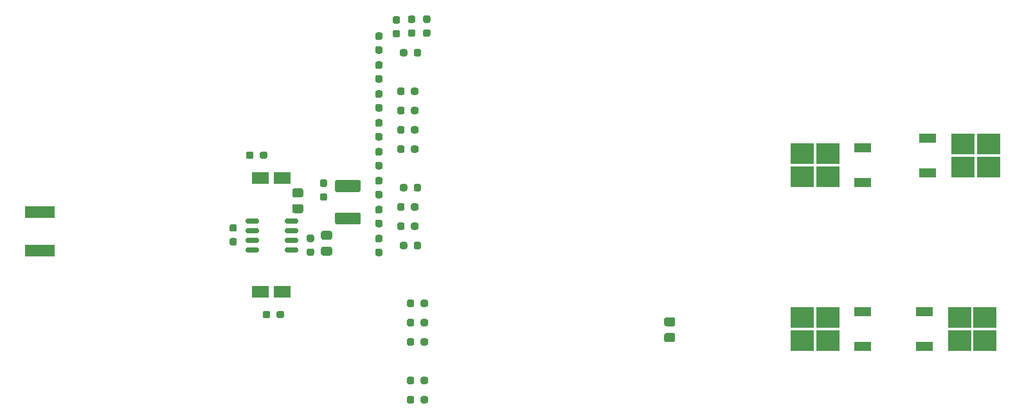
<source format=gtp>
G04 #@! TF.GenerationSoftware,KiCad,Pcbnew,(5.1.12)-1*
G04 #@! TF.CreationDate,2021-12-19T16:56:21+01:00*
G04 #@! TF.ProjectId,AWG,4157472e-6b69-4636-9164-5f7063625858,rev?*
G04 #@! TF.SameCoordinates,Original*
G04 #@! TF.FileFunction,Paste,Top*
G04 #@! TF.FilePolarity,Positive*
%FSLAX46Y46*%
G04 Gerber Fmt 4.6, Leading zero omitted, Abs format (unit mm)*
G04 Created by KiCad (PCBNEW (5.1.12)-1) date 2021-12-19 16:56:21*
%MOMM*%
%LPD*%
G01*
G04 APERTURE LIST*
%ADD10R,4.000000X1.500000*%
%ADD11R,3.050000X2.750000*%
%ADD12R,2.200000X1.200000*%
%ADD13R,2.200000X1.500000*%
G04 APERTURE END LIST*
G36*
G01*
X224525000Y-100450000D02*
X225475000Y-100450000D01*
G75*
G02*
X225725000Y-100700000I0J-250000D01*
G01*
X225725000Y-101375000D01*
G75*
G02*
X225475000Y-101625000I-250000J0D01*
G01*
X224525000Y-101625000D01*
G75*
G02*
X224275000Y-101375000I0J250000D01*
G01*
X224275000Y-100700000D01*
G75*
G02*
X224525000Y-100450000I250000J0D01*
G01*
G37*
G36*
G01*
X224525000Y-98375000D02*
X225475000Y-98375000D01*
G75*
G02*
X225725000Y-98625000I0J-250000D01*
G01*
X225725000Y-99300000D01*
G75*
G02*
X225475000Y-99550000I-250000J0D01*
G01*
X224525000Y-99550000D01*
G75*
G02*
X224275000Y-99300000I0J250000D01*
G01*
X224275000Y-98625000D01*
G75*
G02*
X224525000Y-98375000I250000J0D01*
G01*
G37*
G36*
G01*
X175525000Y-81375000D02*
X176475000Y-81375000D01*
G75*
G02*
X176725000Y-81625000I0J-250000D01*
G01*
X176725000Y-82300000D01*
G75*
G02*
X176475000Y-82550000I-250000J0D01*
G01*
X175525000Y-82550000D01*
G75*
G02*
X175275000Y-82300000I0J250000D01*
G01*
X175275000Y-81625000D01*
G75*
G02*
X175525000Y-81375000I250000J0D01*
G01*
G37*
G36*
G01*
X175525000Y-83450000D02*
X176475000Y-83450000D01*
G75*
G02*
X176725000Y-83700000I0J-250000D01*
G01*
X176725000Y-84375000D01*
G75*
G02*
X176475000Y-84625000I-250000J0D01*
G01*
X175525000Y-84625000D01*
G75*
G02*
X175275000Y-84375000I0J250000D01*
G01*
X175275000Y-83700000D01*
G75*
G02*
X175525000Y-83450000I250000J0D01*
G01*
G37*
D10*
X142000000Y-84460000D03*
X142000000Y-89540000D03*
G36*
G01*
X190432500Y-88662500D02*
X190432500Y-89137500D01*
G75*
G02*
X190195000Y-89375000I-237500J0D01*
G01*
X189695000Y-89375000D01*
G75*
G02*
X189457500Y-89137500I0J237500D01*
G01*
X189457500Y-88662500D01*
G75*
G02*
X189695000Y-88425000I237500J0D01*
G01*
X190195000Y-88425000D01*
G75*
G02*
X190432500Y-88662500I0J-237500D01*
G01*
G37*
G36*
G01*
X192257500Y-88662500D02*
X192257500Y-89137500D01*
G75*
G02*
X192020000Y-89375000I-237500J0D01*
G01*
X191520000Y-89375000D01*
G75*
G02*
X191282500Y-89137500I0J237500D01*
G01*
X191282500Y-88662500D01*
G75*
G02*
X191520000Y-88425000I237500J0D01*
G01*
X192020000Y-88425000D01*
G75*
G02*
X192257500Y-88662500I0J-237500D01*
G01*
G37*
G36*
G01*
X191900000Y-86122500D02*
X191900000Y-86597500D01*
G75*
G02*
X191662500Y-86835000I-237500J0D01*
G01*
X191162500Y-86835000D01*
G75*
G02*
X190925000Y-86597500I0J237500D01*
G01*
X190925000Y-86122500D01*
G75*
G02*
X191162500Y-85885000I237500J0D01*
G01*
X191662500Y-85885000D01*
G75*
G02*
X191900000Y-86122500I0J-237500D01*
G01*
G37*
G36*
G01*
X190075000Y-86122500D02*
X190075000Y-86597500D01*
G75*
G02*
X189837500Y-86835000I-237500J0D01*
G01*
X189337500Y-86835000D01*
G75*
G02*
X189100000Y-86597500I0J237500D01*
G01*
X189100000Y-86122500D01*
G75*
G02*
X189337500Y-85885000I237500J0D01*
G01*
X189837500Y-85885000D01*
G75*
G02*
X190075000Y-86122500I0J-237500D01*
G01*
G37*
G36*
G01*
X190075000Y-83582500D02*
X190075000Y-84057500D01*
G75*
G02*
X189837500Y-84295000I-237500J0D01*
G01*
X189337500Y-84295000D01*
G75*
G02*
X189100000Y-84057500I0J237500D01*
G01*
X189100000Y-83582500D01*
G75*
G02*
X189337500Y-83345000I237500J0D01*
G01*
X189837500Y-83345000D01*
G75*
G02*
X190075000Y-83582500I0J-237500D01*
G01*
G37*
G36*
G01*
X191900000Y-83582500D02*
X191900000Y-84057500D01*
G75*
G02*
X191662500Y-84295000I-237500J0D01*
G01*
X191162500Y-84295000D01*
G75*
G02*
X190925000Y-84057500I0J237500D01*
G01*
X190925000Y-83582500D01*
G75*
G02*
X191162500Y-83345000I237500J0D01*
G01*
X191662500Y-83345000D01*
G75*
G02*
X191900000Y-83582500I0J-237500D01*
G01*
G37*
G36*
G01*
X192257500Y-81042500D02*
X192257500Y-81517500D01*
G75*
G02*
X192020000Y-81755000I-237500J0D01*
G01*
X191520000Y-81755000D01*
G75*
G02*
X191282500Y-81517500I0J237500D01*
G01*
X191282500Y-81042500D01*
G75*
G02*
X191520000Y-80805000I237500J0D01*
G01*
X192020000Y-80805000D01*
G75*
G02*
X192257500Y-81042500I0J-237500D01*
G01*
G37*
G36*
G01*
X190432500Y-81042500D02*
X190432500Y-81517500D01*
G75*
G02*
X190195000Y-81755000I-237500J0D01*
G01*
X189695000Y-81755000D01*
G75*
G02*
X189457500Y-81517500I0J237500D01*
G01*
X189457500Y-81042500D01*
G75*
G02*
X189695000Y-80805000I237500J0D01*
G01*
X190195000Y-80805000D01*
G75*
G02*
X190432500Y-81042500I0J-237500D01*
G01*
G37*
G36*
G01*
X190075000Y-75962500D02*
X190075000Y-76437500D01*
G75*
G02*
X189837500Y-76675000I-237500J0D01*
G01*
X189337500Y-76675000D01*
G75*
G02*
X189100000Y-76437500I0J237500D01*
G01*
X189100000Y-75962500D01*
G75*
G02*
X189337500Y-75725000I237500J0D01*
G01*
X189837500Y-75725000D01*
G75*
G02*
X190075000Y-75962500I0J-237500D01*
G01*
G37*
G36*
G01*
X191900000Y-75962500D02*
X191900000Y-76437500D01*
G75*
G02*
X191662500Y-76675000I-237500J0D01*
G01*
X191162500Y-76675000D01*
G75*
G02*
X190925000Y-76437500I0J237500D01*
G01*
X190925000Y-75962500D01*
G75*
G02*
X191162500Y-75725000I237500J0D01*
G01*
X191662500Y-75725000D01*
G75*
G02*
X191900000Y-75962500I0J-237500D01*
G01*
G37*
G36*
G01*
X191900000Y-73422500D02*
X191900000Y-73897500D01*
G75*
G02*
X191662500Y-74135000I-237500J0D01*
G01*
X191162500Y-74135000D01*
G75*
G02*
X190925000Y-73897500I0J237500D01*
G01*
X190925000Y-73422500D01*
G75*
G02*
X191162500Y-73185000I237500J0D01*
G01*
X191662500Y-73185000D01*
G75*
G02*
X191900000Y-73422500I0J-237500D01*
G01*
G37*
G36*
G01*
X190075000Y-73422500D02*
X190075000Y-73897500D01*
G75*
G02*
X189837500Y-74135000I-237500J0D01*
G01*
X189337500Y-74135000D01*
G75*
G02*
X189100000Y-73897500I0J237500D01*
G01*
X189100000Y-73422500D01*
G75*
G02*
X189337500Y-73185000I237500J0D01*
G01*
X189837500Y-73185000D01*
G75*
G02*
X190075000Y-73422500I0J-237500D01*
G01*
G37*
G36*
G01*
X190075000Y-70882500D02*
X190075000Y-71357500D01*
G75*
G02*
X189837500Y-71595000I-237500J0D01*
G01*
X189337500Y-71595000D01*
G75*
G02*
X189100000Y-71357500I0J237500D01*
G01*
X189100000Y-70882500D01*
G75*
G02*
X189337500Y-70645000I237500J0D01*
G01*
X189837500Y-70645000D01*
G75*
G02*
X190075000Y-70882500I0J-237500D01*
G01*
G37*
G36*
G01*
X191900000Y-70882500D02*
X191900000Y-71357500D01*
G75*
G02*
X191662500Y-71595000I-237500J0D01*
G01*
X191162500Y-71595000D01*
G75*
G02*
X190925000Y-71357500I0J237500D01*
G01*
X190925000Y-70882500D01*
G75*
G02*
X191162500Y-70645000I237500J0D01*
G01*
X191662500Y-70645000D01*
G75*
G02*
X191900000Y-70882500I0J-237500D01*
G01*
G37*
G36*
G01*
X191900000Y-68342500D02*
X191900000Y-68817500D01*
G75*
G02*
X191662500Y-69055000I-237500J0D01*
G01*
X191162500Y-69055000D01*
G75*
G02*
X190925000Y-68817500I0J237500D01*
G01*
X190925000Y-68342500D01*
G75*
G02*
X191162500Y-68105000I237500J0D01*
G01*
X191662500Y-68105000D01*
G75*
G02*
X191900000Y-68342500I0J-237500D01*
G01*
G37*
G36*
G01*
X190075000Y-68342500D02*
X190075000Y-68817500D01*
G75*
G02*
X189837500Y-69055000I-237500J0D01*
G01*
X189337500Y-69055000D01*
G75*
G02*
X189100000Y-68817500I0J237500D01*
G01*
X189100000Y-68342500D01*
G75*
G02*
X189337500Y-68105000I237500J0D01*
G01*
X189837500Y-68105000D01*
G75*
G02*
X190075000Y-68342500I0J-237500D01*
G01*
G37*
G36*
G01*
X190432500Y-63262500D02*
X190432500Y-63737500D01*
G75*
G02*
X190195000Y-63975000I-237500J0D01*
G01*
X189695000Y-63975000D01*
G75*
G02*
X189457500Y-63737500I0J237500D01*
G01*
X189457500Y-63262500D01*
G75*
G02*
X189695000Y-63025000I237500J0D01*
G01*
X190195000Y-63025000D01*
G75*
G02*
X190432500Y-63262500I0J-237500D01*
G01*
G37*
G36*
G01*
X192257500Y-63262500D02*
X192257500Y-63737500D01*
G75*
G02*
X192020000Y-63975000I-237500J0D01*
G01*
X191520000Y-63975000D01*
G75*
G02*
X191282500Y-63737500I0J237500D01*
G01*
X191282500Y-63262500D01*
G75*
G02*
X191520000Y-63025000I237500J0D01*
G01*
X192020000Y-63025000D01*
G75*
G02*
X192257500Y-63262500I0J-237500D01*
G01*
G37*
G36*
G01*
X192762500Y-58600000D02*
X193237500Y-58600000D01*
G75*
G02*
X193475000Y-58837500I0J-237500D01*
G01*
X193475000Y-59337500D01*
G75*
G02*
X193237500Y-59575000I-237500J0D01*
G01*
X192762500Y-59575000D01*
G75*
G02*
X192525000Y-59337500I0J237500D01*
G01*
X192525000Y-58837500D01*
G75*
G02*
X192762500Y-58600000I237500J0D01*
G01*
G37*
G36*
G01*
X192762500Y-60425000D02*
X193237500Y-60425000D01*
G75*
G02*
X193475000Y-60662500I0J-237500D01*
G01*
X193475000Y-61162500D01*
G75*
G02*
X193237500Y-61400000I-237500J0D01*
G01*
X192762500Y-61400000D01*
G75*
G02*
X192525000Y-61162500I0J237500D01*
G01*
X192525000Y-60662500D01*
G75*
G02*
X192762500Y-60425000I237500J0D01*
G01*
G37*
G36*
G01*
X186927500Y-88475000D02*
X186452500Y-88475000D01*
G75*
G02*
X186215000Y-88237500I0J237500D01*
G01*
X186215000Y-87737500D01*
G75*
G02*
X186452500Y-87500000I237500J0D01*
G01*
X186927500Y-87500000D01*
G75*
G02*
X187165000Y-87737500I0J-237500D01*
G01*
X187165000Y-88237500D01*
G75*
G02*
X186927500Y-88475000I-237500J0D01*
G01*
G37*
G36*
G01*
X186927500Y-90300000D02*
X186452500Y-90300000D01*
G75*
G02*
X186215000Y-90062500I0J237500D01*
G01*
X186215000Y-89562500D01*
G75*
G02*
X186452500Y-89325000I237500J0D01*
G01*
X186927500Y-89325000D01*
G75*
G02*
X187165000Y-89562500I0J-237500D01*
G01*
X187165000Y-90062500D01*
G75*
G02*
X186927500Y-90300000I-237500J0D01*
G01*
G37*
G36*
G01*
X186927500Y-84665000D02*
X186452500Y-84665000D01*
G75*
G02*
X186215000Y-84427500I0J237500D01*
G01*
X186215000Y-83927500D01*
G75*
G02*
X186452500Y-83690000I237500J0D01*
G01*
X186927500Y-83690000D01*
G75*
G02*
X187165000Y-83927500I0J-237500D01*
G01*
X187165000Y-84427500D01*
G75*
G02*
X186927500Y-84665000I-237500J0D01*
G01*
G37*
G36*
G01*
X186927500Y-86490000D02*
X186452500Y-86490000D01*
G75*
G02*
X186215000Y-86252500I0J237500D01*
G01*
X186215000Y-85752500D01*
G75*
G02*
X186452500Y-85515000I237500J0D01*
G01*
X186927500Y-85515000D01*
G75*
G02*
X187165000Y-85752500I0J-237500D01*
G01*
X187165000Y-86252500D01*
G75*
G02*
X186927500Y-86490000I-237500J0D01*
G01*
G37*
G36*
G01*
X186927500Y-82680000D02*
X186452500Y-82680000D01*
G75*
G02*
X186215000Y-82442500I0J237500D01*
G01*
X186215000Y-81942500D01*
G75*
G02*
X186452500Y-81705000I237500J0D01*
G01*
X186927500Y-81705000D01*
G75*
G02*
X187165000Y-81942500I0J-237500D01*
G01*
X187165000Y-82442500D01*
G75*
G02*
X186927500Y-82680000I-237500J0D01*
G01*
G37*
G36*
G01*
X186927500Y-80855000D02*
X186452500Y-80855000D01*
G75*
G02*
X186215000Y-80617500I0J237500D01*
G01*
X186215000Y-80117500D01*
G75*
G02*
X186452500Y-79880000I237500J0D01*
G01*
X186927500Y-79880000D01*
G75*
G02*
X187165000Y-80117500I0J-237500D01*
G01*
X187165000Y-80617500D01*
G75*
G02*
X186927500Y-80855000I-237500J0D01*
G01*
G37*
G36*
G01*
X186927500Y-77045000D02*
X186452500Y-77045000D01*
G75*
G02*
X186215000Y-76807500I0J237500D01*
G01*
X186215000Y-76307500D01*
G75*
G02*
X186452500Y-76070000I237500J0D01*
G01*
X186927500Y-76070000D01*
G75*
G02*
X187165000Y-76307500I0J-237500D01*
G01*
X187165000Y-76807500D01*
G75*
G02*
X186927500Y-77045000I-237500J0D01*
G01*
G37*
G36*
G01*
X186927500Y-78870000D02*
X186452500Y-78870000D01*
G75*
G02*
X186215000Y-78632500I0J237500D01*
G01*
X186215000Y-78132500D01*
G75*
G02*
X186452500Y-77895000I237500J0D01*
G01*
X186927500Y-77895000D01*
G75*
G02*
X187165000Y-78132500I0J-237500D01*
G01*
X187165000Y-78632500D01*
G75*
G02*
X186927500Y-78870000I-237500J0D01*
G01*
G37*
G36*
G01*
X186927500Y-75060000D02*
X186452500Y-75060000D01*
G75*
G02*
X186215000Y-74822500I0J237500D01*
G01*
X186215000Y-74322500D01*
G75*
G02*
X186452500Y-74085000I237500J0D01*
G01*
X186927500Y-74085000D01*
G75*
G02*
X187165000Y-74322500I0J-237500D01*
G01*
X187165000Y-74822500D01*
G75*
G02*
X186927500Y-75060000I-237500J0D01*
G01*
G37*
G36*
G01*
X186927500Y-73235000D02*
X186452500Y-73235000D01*
G75*
G02*
X186215000Y-72997500I0J237500D01*
G01*
X186215000Y-72497500D01*
G75*
G02*
X186452500Y-72260000I237500J0D01*
G01*
X186927500Y-72260000D01*
G75*
G02*
X187165000Y-72497500I0J-237500D01*
G01*
X187165000Y-72997500D01*
G75*
G02*
X186927500Y-73235000I-237500J0D01*
G01*
G37*
G36*
G01*
X186927500Y-69425000D02*
X186452500Y-69425000D01*
G75*
G02*
X186215000Y-69187500I0J237500D01*
G01*
X186215000Y-68687500D01*
G75*
G02*
X186452500Y-68450000I237500J0D01*
G01*
X186927500Y-68450000D01*
G75*
G02*
X187165000Y-68687500I0J-237500D01*
G01*
X187165000Y-69187500D01*
G75*
G02*
X186927500Y-69425000I-237500J0D01*
G01*
G37*
G36*
G01*
X186927500Y-71250000D02*
X186452500Y-71250000D01*
G75*
G02*
X186215000Y-71012500I0J237500D01*
G01*
X186215000Y-70512500D01*
G75*
G02*
X186452500Y-70275000I237500J0D01*
G01*
X186927500Y-70275000D01*
G75*
G02*
X187165000Y-70512500I0J-237500D01*
G01*
X187165000Y-71012500D01*
G75*
G02*
X186927500Y-71250000I-237500J0D01*
G01*
G37*
G36*
G01*
X186927500Y-67440000D02*
X186452500Y-67440000D01*
G75*
G02*
X186215000Y-67202500I0J237500D01*
G01*
X186215000Y-66702500D01*
G75*
G02*
X186452500Y-66465000I237500J0D01*
G01*
X186927500Y-66465000D01*
G75*
G02*
X187165000Y-66702500I0J-237500D01*
G01*
X187165000Y-67202500D01*
G75*
G02*
X186927500Y-67440000I-237500J0D01*
G01*
G37*
G36*
G01*
X186927500Y-65615000D02*
X186452500Y-65615000D01*
G75*
G02*
X186215000Y-65377500I0J237500D01*
G01*
X186215000Y-64877500D01*
G75*
G02*
X186452500Y-64640000I237500J0D01*
G01*
X186927500Y-64640000D01*
G75*
G02*
X187165000Y-64877500I0J-237500D01*
G01*
X187165000Y-65377500D01*
G75*
G02*
X186927500Y-65615000I-237500J0D01*
G01*
G37*
G36*
G01*
X186927500Y-61805000D02*
X186452500Y-61805000D01*
G75*
G02*
X186215000Y-61567500I0J237500D01*
G01*
X186215000Y-61067500D01*
G75*
G02*
X186452500Y-60830000I237500J0D01*
G01*
X186927500Y-60830000D01*
G75*
G02*
X187165000Y-61067500I0J-237500D01*
G01*
X187165000Y-61567500D01*
G75*
G02*
X186927500Y-61805000I-237500J0D01*
G01*
G37*
G36*
G01*
X186927500Y-63630000D02*
X186452500Y-63630000D01*
G75*
G02*
X186215000Y-63392500I0J237500D01*
G01*
X186215000Y-62892500D01*
G75*
G02*
X186452500Y-62655000I237500J0D01*
G01*
X186927500Y-62655000D01*
G75*
G02*
X187165000Y-62892500I0J-237500D01*
G01*
X187165000Y-63392500D01*
G75*
G02*
X186927500Y-63630000I-237500J0D01*
G01*
G37*
G36*
G01*
X188762500Y-58687500D02*
X189237500Y-58687500D01*
G75*
G02*
X189475000Y-58925000I0J-237500D01*
G01*
X189475000Y-59425000D01*
G75*
G02*
X189237500Y-59662500I-237500J0D01*
G01*
X188762500Y-59662500D01*
G75*
G02*
X188525000Y-59425000I0J237500D01*
G01*
X188525000Y-58925000D01*
G75*
G02*
X188762500Y-58687500I237500J0D01*
G01*
G37*
G36*
G01*
X188762500Y-60512500D02*
X189237500Y-60512500D01*
G75*
G02*
X189475000Y-60750000I0J-237500D01*
G01*
X189475000Y-61250000D01*
G75*
G02*
X189237500Y-61487500I-237500J0D01*
G01*
X188762500Y-61487500D01*
G75*
G02*
X188525000Y-61250000I0J237500D01*
G01*
X188525000Y-60750000D01*
G75*
G02*
X188762500Y-60512500I237500J0D01*
G01*
G37*
G36*
G01*
X191237500Y-59575000D02*
X190762500Y-59575000D01*
G75*
G02*
X190525000Y-59337500I0J237500D01*
G01*
X190525000Y-58837500D01*
G75*
G02*
X190762500Y-58600000I237500J0D01*
G01*
X191237500Y-58600000D01*
G75*
G02*
X191475000Y-58837500I0J-237500D01*
G01*
X191475000Y-59337500D01*
G75*
G02*
X191237500Y-59575000I-237500J0D01*
G01*
G37*
G36*
G01*
X191237500Y-61400000D02*
X190762500Y-61400000D01*
G75*
G02*
X190525000Y-61162500I0J237500D01*
G01*
X190525000Y-60662500D01*
G75*
G02*
X190762500Y-60425000I237500J0D01*
G01*
X191237500Y-60425000D01*
G75*
G02*
X191475000Y-60662500I0J-237500D01*
G01*
X191475000Y-61162500D01*
G75*
G02*
X191237500Y-61400000I-237500J0D01*
G01*
G37*
G36*
G01*
X179637500Y-83000000D02*
X179162500Y-83000000D01*
G75*
G02*
X178925000Y-82762500I0J237500D01*
G01*
X178925000Y-82262500D01*
G75*
G02*
X179162500Y-82025000I237500J0D01*
G01*
X179637500Y-82025000D01*
G75*
G02*
X179875000Y-82262500I0J-237500D01*
G01*
X179875000Y-82762500D01*
G75*
G02*
X179637500Y-83000000I-237500J0D01*
G01*
G37*
G36*
G01*
X179637500Y-81175000D02*
X179162500Y-81175000D01*
G75*
G02*
X178925000Y-80937500I0J237500D01*
G01*
X178925000Y-80437500D01*
G75*
G02*
X179162500Y-80200000I237500J0D01*
G01*
X179637500Y-80200000D01*
G75*
G02*
X179875000Y-80437500I0J-237500D01*
G01*
X179875000Y-80937500D01*
G75*
G02*
X179637500Y-81175000I-237500J0D01*
G01*
G37*
G36*
G01*
X177442500Y-89285000D02*
X177917500Y-89285000D01*
G75*
G02*
X178155000Y-89522500I0J-237500D01*
G01*
X178155000Y-90022500D01*
G75*
G02*
X177917500Y-90260000I-237500J0D01*
G01*
X177442500Y-90260000D01*
G75*
G02*
X177205000Y-90022500I0J237500D01*
G01*
X177205000Y-89522500D01*
G75*
G02*
X177442500Y-89285000I237500J0D01*
G01*
G37*
G36*
G01*
X177442500Y-87460000D02*
X177917500Y-87460000D01*
G75*
G02*
X178155000Y-87697500I0J-237500D01*
G01*
X178155000Y-88197500D01*
G75*
G02*
X177917500Y-88435000I-237500J0D01*
G01*
X177442500Y-88435000D01*
G75*
G02*
X177205000Y-88197500I0J237500D01*
G01*
X177205000Y-87697500D01*
G75*
G02*
X177442500Y-87460000I237500J0D01*
G01*
G37*
G36*
G01*
X167262500Y-87925000D02*
X167737500Y-87925000D01*
G75*
G02*
X167975000Y-88162500I0J-237500D01*
G01*
X167975000Y-88662500D01*
G75*
G02*
X167737500Y-88900000I-237500J0D01*
G01*
X167262500Y-88900000D01*
G75*
G02*
X167025000Y-88662500I0J237500D01*
G01*
X167025000Y-88162500D01*
G75*
G02*
X167262500Y-87925000I237500J0D01*
G01*
G37*
G36*
G01*
X167262500Y-86100000D02*
X167737500Y-86100000D01*
G75*
G02*
X167975000Y-86337500I0J-237500D01*
G01*
X167975000Y-86837500D01*
G75*
G02*
X167737500Y-87075000I-237500J0D01*
G01*
X167262500Y-87075000D01*
G75*
G02*
X167025000Y-86837500I0J237500D01*
G01*
X167025000Y-86337500D01*
G75*
G02*
X167262500Y-86100000I237500J0D01*
G01*
G37*
G36*
G01*
X173225000Y-98237500D02*
X173225000Y-97762500D01*
G75*
G02*
X173462500Y-97525000I237500J0D01*
G01*
X173962500Y-97525000D01*
G75*
G02*
X174200000Y-97762500I0J-237500D01*
G01*
X174200000Y-98237500D01*
G75*
G02*
X173962500Y-98475000I-237500J0D01*
G01*
X173462500Y-98475000D01*
G75*
G02*
X173225000Y-98237500I0J237500D01*
G01*
G37*
G36*
G01*
X171400000Y-98237500D02*
X171400000Y-97762500D01*
G75*
G02*
X171637500Y-97525000I237500J0D01*
G01*
X172137500Y-97525000D01*
G75*
G02*
X172375000Y-97762500I0J-237500D01*
G01*
X172375000Y-98237500D01*
G75*
G02*
X172137500Y-98475000I-237500J0D01*
G01*
X171637500Y-98475000D01*
G75*
G02*
X171400000Y-98237500I0J237500D01*
G01*
G37*
G36*
G01*
X172000000Y-76762500D02*
X172000000Y-77237500D01*
G75*
G02*
X171762500Y-77475000I-237500J0D01*
G01*
X171262500Y-77475000D01*
G75*
G02*
X171025000Y-77237500I0J237500D01*
G01*
X171025000Y-76762500D01*
G75*
G02*
X171262500Y-76525000I237500J0D01*
G01*
X171762500Y-76525000D01*
G75*
G02*
X172000000Y-76762500I0J-237500D01*
G01*
G37*
G36*
G01*
X170175000Y-76762500D02*
X170175000Y-77237500D01*
G75*
G02*
X169937500Y-77475000I-237500J0D01*
G01*
X169437500Y-77475000D01*
G75*
G02*
X169200000Y-77237500I0J237500D01*
G01*
X169200000Y-76762500D01*
G75*
G02*
X169437500Y-76525000I237500J0D01*
G01*
X169937500Y-76525000D01*
G75*
G02*
X170175000Y-76762500I0J-237500D01*
G01*
G37*
G36*
G01*
X193170000Y-96282500D02*
X193170000Y-96757500D01*
G75*
G02*
X192932500Y-96995000I-237500J0D01*
G01*
X192432500Y-96995000D01*
G75*
G02*
X192195000Y-96757500I0J237500D01*
G01*
X192195000Y-96282500D01*
G75*
G02*
X192432500Y-96045000I237500J0D01*
G01*
X192932500Y-96045000D01*
G75*
G02*
X193170000Y-96282500I0J-237500D01*
G01*
G37*
G36*
G01*
X191345000Y-96282500D02*
X191345000Y-96757500D01*
G75*
G02*
X191107500Y-96995000I-237500J0D01*
G01*
X190607500Y-96995000D01*
G75*
G02*
X190370000Y-96757500I0J237500D01*
G01*
X190370000Y-96282500D01*
G75*
G02*
X190607500Y-96045000I237500J0D01*
G01*
X191107500Y-96045000D01*
G75*
G02*
X191345000Y-96282500I0J-237500D01*
G01*
G37*
G36*
G01*
X191345000Y-98822500D02*
X191345000Y-99297500D01*
G75*
G02*
X191107500Y-99535000I-237500J0D01*
G01*
X190607500Y-99535000D01*
G75*
G02*
X190370000Y-99297500I0J237500D01*
G01*
X190370000Y-98822500D01*
G75*
G02*
X190607500Y-98585000I237500J0D01*
G01*
X191107500Y-98585000D01*
G75*
G02*
X191345000Y-98822500I0J-237500D01*
G01*
G37*
G36*
G01*
X193170000Y-98822500D02*
X193170000Y-99297500D01*
G75*
G02*
X192932500Y-99535000I-237500J0D01*
G01*
X192432500Y-99535000D01*
G75*
G02*
X192195000Y-99297500I0J237500D01*
G01*
X192195000Y-98822500D01*
G75*
G02*
X192432500Y-98585000I237500J0D01*
G01*
X192932500Y-98585000D01*
G75*
G02*
X193170000Y-98822500I0J-237500D01*
G01*
G37*
G36*
G01*
X193170000Y-101362500D02*
X193170000Y-101837500D01*
G75*
G02*
X192932500Y-102075000I-237500J0D01*
G01*
X192432500Y-102075000D01*
G75*
G02*
X192195000Y-101837500I0J237500D01*
G01*
X192195000Y-101362500D01*
G75*
G02*
X192432500Y-101125000I237500J0D01*
G01*
X192932500Y-101125000D01*
G75*
G02*
X193170000Y-101362500I0J-237500D01*
G01*
G37*
G36*
G01*
X191345000Y-101362500D02*
X191345000Y-101837500D01*
G75*
G02*
X191107500Y-102075000I-237500J0D01*
G01*
X190607500Y-102075000D01*
G75*
G02*
X190370000Y-101837500I0J237500D01*
G01*
X190370000Y-101362500D01*
G75*
G02*
X190607500Y-101125000I237500J0D01*
G01*
X191107500Y-101125000D01*
G75*
G02*
X191345000Y-101362500I0J-237500D01*
G01*
G37*
G36*
G01*
X191345000Y-106442500D02*
X191345000Y-106917500D01*
G75*
G02*
X191107500Y-107155000I-237500J0D01*
G01*
X190607500Y-107155000D01*
G75*
G02*
X190370000Y-106917500I0J237500D01*
G01*
X190370000Y-106442500D01*
G75*
G02*
X190607500Y-106205000I237500J0D01*
G01*
X191107500Y-106205000D01*
G75*
G02*
X191345000Y-106442500I0J-237500D01*
G01*
G37*
G36*
G01*
X193170000Y-106442500D02*
X193170000Y-106917500D01*
G75*
G02*
X192932500Y-107155000I-237500J0D01*
G01*
X192432500Y-107155000D01*
G75*
G02*
X192195000Y-106917500I0J237500D01*
G01*
X192195000Y-106442500D01*
G75*
G02*
X192432500Y-106205000I237500J0D01*
G01*
X192932500Y-106205000D01*
G75*
G02*
X193170000Y-106442500I0J-237500D01*
G01*
G37*
G36*
G01*
X193170000Y-108982500D02*
X193170000Y-109457500D01*
G75*
G02*
X192932500Y-109695000I-237500J0D01*
G01*
X192432500Y-109695000D01*
G75*
G02*
X192195000Y-109457500I0J237500D01*
G01*
X192195000Y-108982500D01*
G75*
G02*
X192432500Y-108745000I237500J0D01*
G01*
X192932500Y-108745000D01*
G75*
G02*
X193170000Y-108982500I0J-237500D01*
G01*
G37*
G36*
G01*
X191345000Y-108982500D02*
X191345000Y-109457500D01*
G75*
G02*
X191107500Y-109695000I-237500J0D01*
G01*
X190607500Y-109695000D01*
G75*
G02*
X190370000Y-109457500I0J237500D01*
G01*
X190370000Y-108982500D01*
G75*
G02*
X190607500Y-108745000I237500J0D01*
G01*
X191107500Y-108745000D01*
G75*
G02*
X191345000Y-108982500I0J-237500D01*
G01*
G37*
G36*
G01*
X176050000Y-89345000D02*
X176050000Y-89645000D01*
G75*
G02*
X175900000Y-89795000I-150000J0D01*
G01*
X174450000Y-89795000D01*
G75*
G02*
X174300000Y-89645000I0J150000D01*
G01*
X174300000Y-89345000D01*
G75*
G02*
X174450000Y-89195000I150000J0D01*
G01*
X175900000Y-89195000D01*
G75*
G02*
X176050000Y-89345000I0J-150000D01*
G01*
G37*
G36*
G01*
X176050000Y-88075000D02*
X176050000Y-88375000D01*
G75*
G02*
X175900000Y-88525000I-150000J0D01*
G01*
X174450000Y-88525000D01*
G75*
G02*
X174300000Y-88375000I0J150000D01*
G01*
X174300000Y-88075000D01*
G75*
G02*
X174450000Y-87925000I150000J0D01*
G01*
X175900000Y-87925000D01*
G75*
G02*
X176050000Y-88075000I0J-150000D01*
G01*
G37*
G36*
G01*
X176050000Y-86805000D02*
X176050000Y-87105000D01*
G75*
G02*
X175900000Y-87255000I-150000J0D01*
G01*
X174450000Y-87255000D01*
G75*
G02*
X174300000Y-87105000I0J150000D01*
G01*
X174300000Y-86805000D01*
G75*
G02*
X174450000Y-86655000I150000J0D01*
G01*
X175900000Y-86655000D01*
G75*
G02*
X176050000Y-86805000I0J-150000D01*
G01*
G37*
G36*
G01*
X176050000Y-85535000D02*
X176050000Y-85835000D01*
G75*
G02*
X175900000Y-85985000I-150000J0D01*
G01*
X174450000Y-85985000D01*
G75*
G02*
X174300000Y-85835000I0J150000D01*
G01*
X174300000Y-85535000D01*
G75*
G02*
X174450000Y-85385000I150000J0D01*
G01*
X175900000Y-85385000D01*
G75*
G02*
X176050000Y-85535000I0J-150000D01*
G01*
G37*
G36*
G01*
X170900000Y-85535000D02*
X170900000Y-85835000D01*
G75*
G02*
X170750000Y-85985000I-150000J0D01*
G01*
X169300000Y-85985000D01*
G75*
G02*
X169150000Y-85835000I0J150000D01*
G01*
X169150000Y-85535000D01*
G75*
G02*
X169300000Y-85385000I150000J0D01*
G01*
X170750000Y-85385000D01*
G75*
G02*
X170900000Y-85535000I0J-150000D01*
G01*
G37*
G36*
G01*
X170900000Y-86805000D02*
X170900000Y-87105000D01*
G75*
G02*
X170750000Y-87255000I-150000J0D01*
G01*
X169300000Y-87255000D01*
G75*
G02*
X169150000Y-87105000I0J150000D01*
G01*
X169150000Y-86805000D01*
G75*
G02*
X169300000Y-86655000I150000J0D01*
G01*
X170750000Y-86655000D01*
G75*
G02*
X170900000Y-86805000I0J-150000D01*
G01*
G37*
G36*
G01*
X170900000Y-88075000D02*
X170900000Y-88375000D01*
G75*
G02*
X170750000Y-88525000I-150000J0D01*
G01*
X169300000Y-88525000D01*
G75*
G02*
X169150000Y-88375000I0J150000D01*
G01*
X169150000Y-88075000D01*
G75*
G02*
X169300000Y-87925000I150000J0D01*
G01*
X170750000Y-87925000D01*
G75*
G02*
X170900000Y-88075000I0J-150000D01*
G01*
G37*
G36*
G01*
X170900000Y-89345000D02*
X170900000Y-89645000D01*
G75*
G02*
X170750000Y-89795000I-150000J0D01*
G01*
X169300000Y-89795000D01*
G75*
G02*
X169150000Y-89645000I0J150000D01*
G01*
X169150000Y-89345000D01*
G75*
G02*
X169300000Y-89195000I150000J0D01*
G01*
X170750000Y-89195000D01*
G75*
G02*
X170900000Y-89345000I0J-150000D01*
G01*
G37*
D11*
X245825000Y-98405000D03*
X242475000Y-101455000D03*
X245825000Y-101455000D03*
X242475000Y-98405000D03*
D12*
X250450000Y-97650000D03*
X250450000Y-102210000D03*
X250450000Y-80620000D03*
X250450000Y-76060000D03*
D11*
X242475000Y-76815000D03*
X245825000Y-79865000D03*
X242475000Y-79865000D03*
X245825000Y-76815000D03*
X263185000Y-101455000D03*
X266535000Y-98405000D03*
X263185000Y-98405000D03*
X266535000Y-101455000D03*
D12*
X258560000Y-102210000D03*
X258560000Y-97650000D03*
X259000000Y-74790000D03*
X259000000Y-79350000D03*
D11*
X266975000Y-78595000D03*
X263625000Y-75545000D03*
X266975000Y-75545000D03*
X263625000Y-78595000D03*
D13*
X171050000Y-95000000D03*
X173950000Y-95000000D03*
X171050000Y-80000000D03*
X173950000Y-80000000D03*
G36*
G01*
X179325000Y-86975000D02*
X180275000Y-86975000D01*
G75*
G02*
X180525000Y-87225000I0J-250000D01*
G01*
X180525000Y-87900000D01*
G75*
G02*
X180275000Y-88150000I-250000J0D01*
G01*
X179325000Y-88150000D01*
G75*
G02*
X179075000Y-87900000I0J250000D01*
G01*
X179075000Y-87225000D01*
G75*
G02*
X179325000Y-86975000I250000J0D01*
G01*
G37*
G36*
G01*
X179325000Y-89050000D02*
X180275000Y-89050000D01*
G75*
G02*
X180525000Y-89300000I0J-250000D01*
G01*
X180525000Y-89975000D01*
G75*
G02*
X180275000Y-90225000I-250000J0D01*
G01*
X179325000Y-90225000D01*
G75*
G02*
X179075000Y-89975000I0J250000D01*
G01*
X179075000Y-89300000D01*
G75*
G02*
X179325000Y-89050000I250000J0D01*
G01*
G37*
G36*
G01*
X181149998Y-80275000D02*
X184050002Y-80275000D01*
G75*
G02*
X184300000Y-80524998I0J-249998D01*
G01*
X184300000Y-81600002D01*
G75*
G02*
X184050002Y-81850000I-249998J0D01*
G01*
X181149998Y-81850000D01*
G75*
G02*
X180900000Y-81600002I0J249998D01*
G01*
X180900000Y-80524998D01*
G75*
G02*
X181149998Y-80275000I249998J0D01*
G01*
G37*
G36*
G01*
X181149998Y-84550000D02*
X184050002Y-84550000D01*
G75*
G02*
X184300000Y-84799998I0J-249998D01*
G01*
X184300000Y-85875002D01*
G75*
G02*
X184050002Y-86125000I-249998J0D01*
G01*
X181149998Y-86125000D01*
G75*
G02*
X180900000Y-85875002I0J249998D01*
G01*
X180900000Y-84799998D01*
G75*
G02*
X181149998Y-84550000I249998J0D01*
G01*
G37*
M02*

</source>
